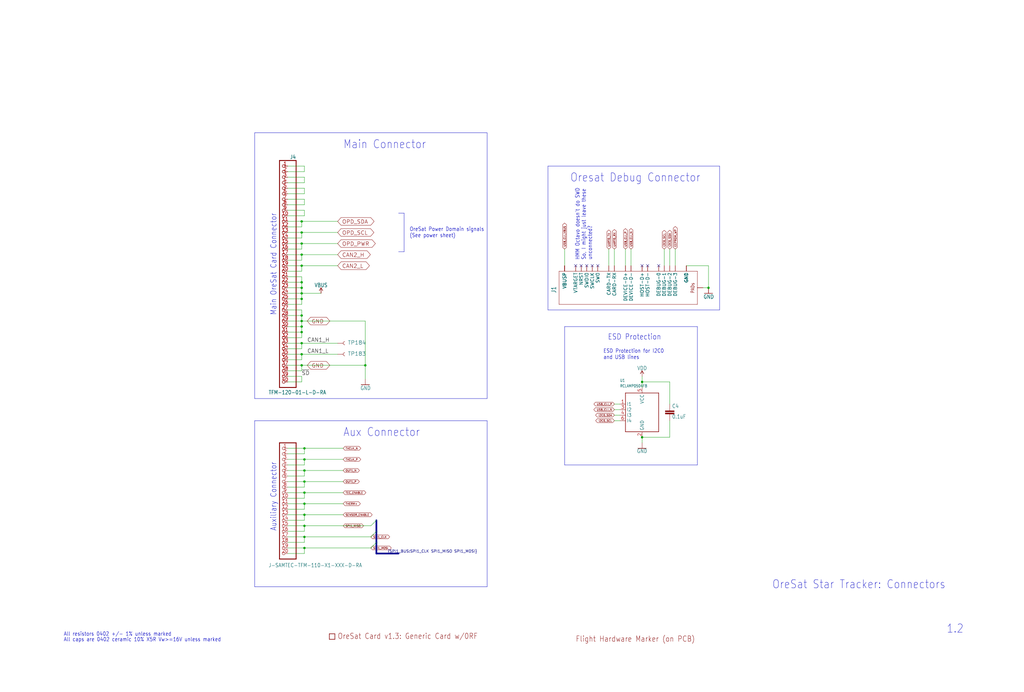
<source format=kicad_sch>
(kicad_sch (version 20250114) (generator "eeschema") (generator_version "9.0")
  (paper "User" 469.9 317.627)
  (lib_symbols
    (symbol "cfc-card-eagle-import:C-EU0603-A"
      (property "Reference" "C" (at 1.524 0.381 0))
      (symbol "C-EU0603-A_1_0"
        (rectangle (start -2.032 -1.016) (end 2.032 -0.508) (fill (type outline)))
        (rectangle (start -2.032 -2.032) (end 2.032 -1.524) (fill (type outline)))
        (polyline (pts (xy 0 0) (xy 0 -0.508)) (stroke (width 0.1524)))
        (polyline (pts (xy 0 -2.54) (xy 0 -2.032)) (stroke (width 0.1524)))
        (pin passive line (at 0 2.54 270) (length 2.54) (name "1") (number "1"))
        (pin passive line (at 0 -5.08 90) (length 2.54) (name "2") (number "2"))
      )
    )
    (symbol "cfc-card-eagle-import:FLIGHMARKERNEW"
      (symbol "FLIGHMARKERNEW_1_0"
        (text "Flight Hardware Marker (on PCB)" (at 0 0 0) (effects (font (size 2.54 2.159)) (justify left bottom)))
      )
    )
    (symbol "cfc-card-eagle-import:GND" (power)
      (symbol "GND_1_0"
        (polyline (pts (xy -1.905 0) (xy 1.905 0)) (stroke (width 0.254)))
        (pin power_in line (at 0 2.54 270) (length 2.54) (name "GND") (number "1"))
      )
    )
    (symbol "cfc-card-eagle-import:J-SAMTEC-TFM-110-X1-XXX-D-RA"
      (property "Reference" "J" (at -6.35 26.035 0))
      (symbol "J-SAMTEC-TFM-110-X1-XXX-D-RA_1_0"
        (polyline (pts (xy -6.35 25.4) (xy -6.35 -27.94)) (stroke (width 0.4064)))
        (polyline (pts (xy -6.35 -27.94) (xy 1.27 -27.94)) (stroke (width 0.4064)))
        (polyline (pts (xy 1.27 25.4) (xy -6.35 25.4)) (stroke (width 0.4064)))
        (polyline (pts (xy 1.27 -27.94) (xy 1.27 25.4)) (stroke (width 0.4064)))
        (pin passive inverted (at -2.54 22.86 0) (length 2.54) (name "1") (number "1"))
        (pin passive inverted (at -2.54 20.32 0) (length 2.54) (name "2") (number "2"))
        (pin passive inverted (at -2.54 17.78 0) (length 2.54) (name "3") (number "3"))
        (pin passive inverted (at -2.54 15.24 0) (length 2.54) (name "4") (number "4"))
        (pin passive inverted (at -2.54 12.7 0) (length 2.54) (name "5") (number "5"))
        (pin passive inverted (at -2.54 10.16 0) (length 2.54) (name "6") (number "6"))
        (pin passive inverted (at -2.54 7.62 0) (length 2.54) (name "7") (number "7"))
        (pin passive inverted (at -2.54 5.08 0) (length 2.54) (name "8") (number "8"))
        (pin passive inverted (at -2.54 2.54 0) (length 2.54) (name "9") (number "9"))
        (pin passive inverted (at -2.54 0 0) (length 2.54) (name "10") (number "10"))
        (pin passive inverted (at -2.54 -2.54 0) (length 2.54) (name "11") (number "11"))
        (pin passive inverted (at -2.54 -5.08 0) (length 2.54) (name "12") (number "12"))
        (pin passive inverted (at -2.54 -7.62 0) (length 2.54) (name "13") (number "13"))
        (pin passive inverted (at -2.54 -10.16 0) (length 2.54) (name "14") (number "14"))
        (pin passive inverted (at -2.54 -12.7 0) (length 2.54) (name "15") (number "15"))
        (pin passive inverted (at -2.54 -15.24 0) (length 2.54) (name "16") (number "16"))
        (pin passive inverted (at -2.54 -17.78 0) (length 2.54) (name "17") (number "17"))
        (pin passive inverted (at -2.54 -20.32 0) (length 2.54) (name "18") (number "18"))
        (pin passive inverted (at -2.54 -22.86 0) (length 2.54) (name "19") (number "19"))
        (pin passive inverted (at -2.54 -25.4 0) (length 2.54) (name "20") (number "20"))
      )
    )
    (symbol "cfc-card-eagle-import:J-SAMTEC-TFM-120-X1-XXX-D-RA"
      (property "Reference" "J" (at -6.35 51.435 0))
      (symbol "J-SAMTEC-TFM-120-X1-XXX-D-RA_1_0"
        (polyline (pts (xy -6.35 50.8) (xy -6.35 -53.34)) (stroke (width 0.4064)))
        (polyline (pts (xy -6.35 -53.34) (xy 1.27 -53.34)) (stroke (width 0.4064)))
        (polyline (pts (xy 1.27 50.8) (xy -6.35 50.8)) (stroke (width 0.4064)))
        (polyline (pts (xy 1.27 -53.34) (xy 1.27 50.8)) (stroke (width 0.4064)))
        (pin passive inverted (at -2.54 48.26 0) (length 2.54) (name "1") (number "1"))
        (pin passive inverted (at -2.54 45.72 0) (length 2.54) (name "2") (number "2"))
        (pin passive inverted (at -2.54 43.18 0) (length 2.54) (name "3") (number "3"))
        (pin passive inverted (at -2.54 40.64 0) (length 2.54) (name "4") (number "4"))
        (pin passive inverted (at -2.54 38.1 0) (length 2.54) (name "5") (number "5"))
        (pin passive inverted (at -2.54 35.56 0) (length 2.54) (name "6") (number "6"))
        (pin passive inverted (at -2.54 33.02 0) (length 2.54) (name "7") (number "7"))
        (pin passive inverted (at -2.54 30.48 0) (length 2.54) (name "8") (number "8"))
        (pin passive inverted (at -2.54 27.94 0) (length 2.54) (name "9") (number "9"))
        (pin passive inverted (at -2.54 25.4 0) (length 2.54) (name "10") (number "10"))
        (pin passive inverted (at -2.54 22.86 0) (length 2.54) (name "11") (number "11"))
        (pin passive inverted (at -2.54 20.32 0) (length 2.54) (name "12") (number "12"))
        (pin passive inverted (at -2.54 17.78 0) (length 2.54) (name "13") (number "13"))
        (pin passive inverted (at -2.54 15.24 0) (length 2.54) (name "14") (number "14"))
        (pin passive inverted (at -2.54 12.7 0) (length 2.54) (name "15") (number "15"))
        (pin passive inverted (at -2.54 10.16 0) (length 2.54) (name "16") (number "16"))
        (pin passive inverted (at -2.54 7.62 0) (length 2.54) (name "17") (number "17"))
        (pin passive inverted (at -2.54 5.08 0) (length 2.54) (name "18") (number "18"))
        (pin passive inverted (at -2.54 2.54 0) (length 2.54) (name "19") (number "19"))
        (pin passive inverted (at -2.54 0 0) (length 2.54) (name "20") (number "20"))
        (pin passive inverted (at -2.54 -2.54 0) (length 2.54) (name "21") (number "21"))
        (pin passive inverted (at -2.54 -5.08 0) (length 2.54) (name "22") (number "22"))
        (pin passive inverted (at -2.54 -7.62 0) (length 2.54) (name "23") (number "23"))
        (pin passive inverted (at -2.54 -10.16 0) (length 2.54) (name "24") (number "24"))
        (pin passive inverted (at -2.54 -12.7 0) (length 2.54) (name "25") (number "25"))
        (pin passive inverted (at -2.54 -15.24 0) (length 2.54) (name "26") (number "26"))
        (pin passive inverted (at -2.54 -17.78 0) (length 2.54) (name "27") (number "27"))
        (pin passive inverted (at -2.54 -20.32 0) (length 2.54) (name "28") (number "28"))
        (pin passive inverted (at -2.54 -22.86 0) (length 2.54) (name "29") (number "29"))
        (pin passive inverted (at -2.54 -25.4 0) (length 2.54) (name "30") (number "30"))
        (pin passive inverted (at -2.54 -27.94 0) (length 2.54) (name "31") (number "31"))
        (pin passive inverted (at -2.54 -30.48 0) (length 2.54) (name "32") (number "32"))
        (pin passive inverted (at -2.54 -33.02 0) (length 2.54) (name "33") (number "33"))
        (pin passive inverted (at -2.54 -35.56 0) (length 2.54) (name "34") (number "34"))
        (pin passive inverted (at -2.54 -38.1 0) (length 2.54) (name "35") (number "35"))
        (pin passive inverted (at -2.54 -40.64 0) (length 2.54) (name "36") (number "36"))
        (pin passive inverted (at -2.54 -43.18 0) (length 2.54) (name "37") (number "37"))
        (pin passive inverted (at -2.54 -45.72 0) (length 2.54) (name "38") (number "38"))
        (pin passive inverted (at -2.54 -48.26 0) (length 2.54) (name "39") (number "39"))
        (pin passive inverted (at -2.54 -50.8 0) (length 2.54) (name "40") (number "40"))
      )
    )
    (symbol "cfc-card-eagle-import:ORESAT-CARD-V1.3-GENERIC-0RF"
      (symbol "ORESAT-CARD-V1.3-GENERIC-0RF_1_0"
        (polyline (pts (xy -1.27 1.27) (xy -1.27 -1.27)) (stroke (width 0.254)))
        (polyline (pts (xy -1.27 -1.27) (xy 1.27 -1.27)) (stroke (width 0.254)))
        (polyline (pts (xy 1.27 1.27) (xy -1.27 1.27)) (stroke (width 0.254)))
        (polyline (pts (xy 1.27 -1.27) (xy 1.27 1.27)) (stroke (width 0.254)))
        (text "OreSat Card v1.3: Generic Card w/0RF" (at 2.54 -1.27 0) (effects (font (size 2.54 2.159)) (justify left bottom)))
      )
    )
    (symbol "cfc-card-eagle-import:ORESAT-DEBUG-CONNECTOR-ALL"
      (symbol "ORESAT-DEBUG-CONNECTOR-ALL_1_0"
        (polyline (pts (xy -7.62 30.48) (xy -7.62 -33.02)) (stroke (width 0.1524)))
        (polyline (pts (xy -7.62 -33.02) (xy 7.62 -33.02)) (stroke (width 0.1524)))
        (polyline (pts (xy 7.62 30.48) (xy -7.62 30.48)) (stroke (width 0.1524)))
        (polyline (pts (xy 7.62 -33.02) (xy 7.62 30.48)) (stroke (width 0.1524)))
        (text "PADs" (at -2.54 -31.75 0) (effects (font (size 1.524 1.2954)) (justify left bottom)))
        (pin bidirectional line (at 0 -35.56 90) (length 2.54) (name "PAD") (number "PAD1"))
        (pin bidirectional line (at 0 -35.56 90) (length 2.54) (name "PAD") (number "PAD2"))
        (pin passive line (at 10.16 27.94 180) (length 2.54) (name "VBUSP") (number "1"))
        (pin passive line (at 10.16 27.94 180) (length 2.54) (name "VBUSP") (number "2"))
        (pin passive line (at 10.16 22.86 180) (length 2.54) (name "VTARGET") (number "11"))
        (pin passive line (at 10.16 20.32 180) (length 2.54) (name "NRST") (number "10"))
        (pin passive line (at 10.16 17.78 180) (length 2.54) (name "SWDIO") (number "14"))
        (pin passive line (at 10.16 15.24 180) (length 2.54) (name "SWCLK") (number "15"))
        (pin passive line (at 10.16 12.7 180) (length 2.54) (name "SWO") (number "16"))
        (pin passive line (at 10.16 7.62 180) (length 2.54) (name "CARD-TX") (number "13"))
        (pin passive line (at 10.16 5.08 180) (length 2.54) (name "CARD-RX") (number "12"))
        (pin passive line (at 10.16 0 180) (length 2.54) (name "DEVICE-D+") (number "4"))
        (pin passive line (at 10.16 -2.54 180) (length 2.54) (name "DEVICE-D-") (number "5"))
        (pin passive line (at 10.16 -7.62 180) (length 2.54) (name "HOST-D+") (number "7"))
        (pin passive line (at 10.16 -10.16 180) (length 2.54) (name "HOST-D-") (number "8"))
        (pin passive line (at 10.16 -15.24 180) (length 2.54) (name "DEBUG-0") (number "17"))
        (pin passive line (at 10.16 -17.78 180) (length 2.54) (name "DEBUG-1") (number "18"))
        (pin passive line (at 10.16 -20.32 180) (length 2.54) (name "DEBUG-2") (number "19"))
        (pin passive line (at 10.16 -22.86 180) (length 2.54) (name "DEBUG-3") (number "20"))
        (pin passive line (at 10.16 -27.94 180) (length 2.54) (name "GND") (number "3"))
        (pin passive line (at 10.16 -27.94 180) (length 2.54) (name "GND") (number "6"))
        (pin passive line (at 10.16 -27.94 180) (length 2.54) (name "GND") (number "9"))
      )
    )
    (symbol "cfc-card-eagle-import:RCLAMP0504FB"
      (property "Reference" "U" (at -10.16 12.7 0))
      (symbol "RCLAMP0504FB_1_0"
        (polyline (pts (xy -7.62 7.62) (xy 7.62 7.62)) (stroke (width 0.254)))
        (polyline (pts (xy -7.62 -10.16) (xy -7.62 7.62)) (stroke (width 0.254)))
        (polyline (pts (xy 7.62 7.62) (xy 7.62 -10.16)) (stroke (width 0.254)))
        (polyline (pts (xy 7.62 -10.16) (xy -7.62 -10.16)) (stroke (width 0.254)))
        (pin bidirectional line (at -10.16 2.54 0) (length 2.54) (name "I1") (number "1"))
        (pin bidirectional line (at -10.16 0 0) (length 2.54) (name "I2") (number "3"))
        (pin bidirectional line (at -10.16 -2.54 0) (length 2.54) (name "I3") (number "4"))
        (pin bidirectional line (at -10.16 -5.08 0) (length 2.54) (name "I4") (number "6"))
        (pin power_in line (at 0 10.16 270) (length 2.54) (name "VCC") (number "5"))
        (pin power_in line (at 0 -12.7 90) (length 2.54) (name "GND") (number "2"))
      )
    )
    (symbol "cfc-card-eagle-import:TEST-POINT3X4"
      (symbol "TEST-POINT3X4_1_0"
        (polyline (pts (xy 2.54 0) (xy 0 0)) (stroke (width 0.1524)))
        (arc (start 3.302 -0.762) (mid 2.54 0) (end 3.302 0.762) (stroke (width 0.1524)))
        (pin bidirectional line (at 0 0 180) (length 0) (name "1") (number "P$1"))
      )
    )
    (symbol "cfc-card-eagle-import:VBUS" (power)
      (symbol "VBUS_1_0"
        (polyline (pts (xy 0 0) (xy -0.762 -1.27)) (stroke (width 0.254)))
        (polyline (pts (xy 0.762 -1.27) (xy 0 0)) (stroke (width 0.254)))
        (pin power_in line (at 0 -2.54 90) (length 2.54) (name "VBUS") (number "1"))
      )
    )
    (symbol "cfc-card-eagle-import:VDD" (power)
      (symbol "VDD_1_0"
        (polyline (pts (xy 0 2.54) (xy -0.762 1.27)) (stroke (width 0.254)))
        (polyline (pts (xy 0.762 1.27) (xy 0 2.54)) (stroke (width 0.254)))
        (pin power_in line (at 0 0 90) (length 2.54) (name "VDD") (number "1"))
      )
    )
    (symbol "cfc-card-eagle-import:supply1_371_GND" (power)
      (symbol "supply1_371_GND_1_0"
        (polyline (pts (xy -1.905 0) (xy 1.905 0)) (stroke (width 0.254)))
        (pin power_in line (at 0 2.54 270) (length 2.54) (name "GND") (number "1"))
      )
    )
  )
  (text "Oresat Debug Connector" (at 261.62 83.82 0) (effects (font (size 3.81 3.2385)) (justify left bottom)))
  (text "All caps are 0402 ceramic 10% X5R Vw>=16V unless marked" (at 29.21 294.64 0) (effects (font (size 1.778 1.5113)) (justify left bottom)))
  (text "OreSat Star Tracker: Connectors" (at 354.33 270.51 0) (effects (font (size 3.81 3.2385)) (justify left bottom)))
  (text "ESD Protection for I2C0\nand USB lines" (at 276.86 165.1 0) (effects (font (size 1.778 1.5113)) (justify left bottom)))
  (text "All resistors 0402 +/- 1% unless marked" (at 29.21 292.1 0) (effects (font (size 1.778 1.5113)) (justify left bottom)))
  (text "1.2" (at 434.34 290.83 0) (effects (font (size 3.81 3.2385)) (justify left bottom)))
  (text "OreSat Power Domain signals\n(See power sheet)" (at 187.96 109.22 0) (effects (font (size 1.778 1.5113)) (justify left bottom)))
  (text "Main Connector" (at 157.48 68.58 0) (effects (font (size 3.81 3.2385)) (justify left bottom)))
  (text "HMM Octavo doesn't do SWD\nSo, I might just leave these\nunconnected?" (at 271.78 119.38 90) (effects (font (size 1.778 1.5113)) (justify left bottom)))
  (text "Auxiliary Connector" (at 127 243.84 90) (effects (font (size 2.54 2.159)) (justify left bottom)))
  (text "Aux Connector" (at 157.48 200.66 0) (effects (font (size 3.81 3.2385)) (justify left bottom)))
  (text "Main OreSat Card Connector" (at 127 144.78 90) (effects (font (size 2.54 2.159)) (justify left bottom)))
  (text "ESD Protection" (at 278.892 156.21 0) (effects (font (size 2.54 2.159)) (justify left bottom)))
  (junction (at 138.43 167.64))
  (junction (at 139.7 236.22))
  (junction (at 139.7 205.74))
  (junction (at 139.7 226.06))
  (junction (at 138.43 129.54))
  (junction (at 139.7 231.14))
  (junction (at 138.43 101.6))
  (junction (at 138.43 111.76))
  (junction (at 139.7 215.9))
  (junction (at 325.12 132.08))
  (junction (at 138.43 144.78))
  (junction (at 139.7 251.46))
  (junction (at 138.43 134.62))
  (junction (at 138.43 137.16))
  (junction (at 294.64 200.66))
  (junction (at 294.64 175.26))
  (junction (at 139.7 220.98))
  (junction (at 138.43 157.48))
  (junction (at 139.7 210.82))
  (junction (at 138.43 106.68))
  (junction (at 138.43 132.08))
  (junction (at 138.43 121.92))
  (junction (at 138.43 149.86))
  (junction (at 138.43 116.84))
  (junction (at 139.7 241.3))
  (junction (at 139.7 246.38))
  (junction (at 138.43 162.56))
  (junction (at 167.64 167.64))
  (junction (at 138.43 152.4))
  (junction (at 138.43 147.32))
  (no_connect (at 269.24 121.92))
  (no_connect (at 274.32 121.92))
  (no_connect (at 297.18 121.92))
  (no_connect (at 264.16 121.92))
  (no_connect (at 302.26 121.92))
  (no_connect (at 266.7 121.92))
  (no_connect (at 294.64 121.92))
  (no_connect (at 271.78 121.92))
  (bus_entry (at 170.18 246.38) (size 2.54 -2.54))
  (bus_entry (at 170.18 251.46) (size 2.54 -2.54))
  (bus_entry (at 172.72 238.76) (size -2.54 2.54))
  (wire (pts (xy 284.48 185.42) (xy 281.94 185.42)) (stroke (width 0.1524)))
  (wire (pts (xy 139.7 218.44) (xy 132.08 218.44)) (stroke (width 0.1524)))
  (wire (pts (xy 132.08 152.4) (xy 138.43 152.4)) (stroke (width 0.1524)))
  (wire (pts (xy 132.08 142.24) (xy 138.43 142.24)) (stroke (width 0.1524)))
  (polyline (pts (xy 330.2 142.24) (xy 330.2 76.2)) (stroke (width 0.1524) (type solid)))
  (polyline (pts (xy 223.52 182.88) (xy 116.84 182.88)) (stroke (width 0.1524) (type solid)))
  (wire (pts (xy 138.43 175.26) (xy 138.43 172.72)) (stroke (width 0.1524)))
  (wire (pts (xy 132.08 144.78) (xy 138.43 144.78)) (stroke (width 0.1524)))
  (wire (pts (xy 138.43 137.16) (xy 138.43 134.62)) (stroke (width 0.1524)))
  (wire (pts (xy 132.08 83.82) (xy 139.7 83.82)) (stroke (width 0.1524)))
  (polyline (pts (xy 223.52 60.96) (xy 223.52 182.88)) (stroke (width 0.1524) (type solid)))
  (wire (pts (xy 259.08 121.92) (xy 259.08 114.3)) (stroke (width 0.1524)))
  (polyline (pts (xy 259.08 149.86) (xy 259.08 213.36)) (stroke (width 0.1524) (type solid)))
  (wire (pts (xy 132.08 121.92) (xy 138.43 121.92)) (stroke (width 0.1524)))
  (wire (pts (xy 139.7 251.46) (xy 170.18 251.46)) (stroke (width 0.1524)))
  (wire (pts (xy 132.08 154.94) (xy 138.43 154.94)) (stroke (width 0.1524)))
  (wire (pts (xy 138.43 111.76) (xy 132.08 111.76)) (stroke (width 0.1524)))
  (wire (pts (xy 138.43 154.94) (xy 138.43 152.4)) (stroke (width 0.1524)))
  (wire (pts (xy 139.7 91.44) (xy 132.08 91.44)) (stroke (width 0.1524)))
  (wire (pts (xy 139.7 208.28) (xy 139.7 205.74)) (stroke (width 0.1524)))
  (wire (pts (xy 132.08 231.14) (xy 139.7 231.14)) (stroke (width 0.1524)))
  (wire (pts (xy 132.08 160.02) (xy 138.43 160.02)) (stroke (width 0.1524)))
  (wire (pts (xy 132.08 228.6) (xy 139.7 228.6)) (stroke (width 0.1524)))
  (wire (pts (xy 138.43 101.6) (xy 132.08 101.6)) (stroke (width 0.1524)))
  (wire (pts (xy 132.08 139.7) (xy 138.43 139.7)) (stroke (width 0.1524)))
  (wire (pts (xy 139.7 248.92) (xy 139.7 246.38)) (stroke (width 0.1524)))
  (wire (pts (xy 132.08 238.76) (xy 139.7 238.76)) (stroke (width 0.1524)))
  (wire (pts (xy 284.48 187.96) (xy 281.94 187.96)) (stroke (width 0.1524)))
  (wire (pts (xy 279.4 121.92) (xy 279.4 114.3)) (stroke (width 0.1524)))
  (wire (pts (xy 139.7 243.84) (xy 139.7 241.3)) (stroke (width 0.1524)))
  (wire (pts (xy 139.7 231.14) (xy 157.48 231.14)) (stroke (width 0.1524)))
  (wire (pts (xy 132.08 78.74) (xy 139.7 78.74)) (stroke (width 0.1524)))
  (wire (pts (xy 138.43 109.22) (xy 138.43 106.68)) (stroke (width 0.1524)))
  (wire (pts (xy 139.7 96.52) (xy 132.08 96.52)) (stroke (width 0.1524)))
  (wire (pts (xy 138.43 114.3) (xy 132.08 114.3)) (stroke (width 0.1524)))
  (wire (pts (xy 167.64 147.32) (xy 167.64 167.64)) (stroke (width 0.1524)))
  (wire (pts (xy 139.7 86.36) (xy 132.08 86.36)) (stroke (width 0.1524)))
  (wire (pts (xy 138.43 162.56) (xy 154.94 162.56)) (stroke (width 0.1524)))
  (wire (pts (xy 294.64 177.8) (xy 294.64 175.26)) (stroke (width 0.1524)))
  (polyline (pts (xy 223.52 269.24) (xy 116.84 269.24)) (stroke (width 0.1524) (type solid)))
  (wire (pts (xy 138.43 119.38) (xy 132.08 119.38)) (stroke (width 0.1524)))
  (wire (pts (xy 139.7 228.6) (xy 139.7 226.06)) (stroke (width 0.1524)))
  (wire (pts (xy 138.43 160.02) (xy 138.43 157.48)) (stroke (width 0.1524)))
  (polyline (pts (xy 116.84 60.96) (xy 223.52 60.96)) (stroke (width 0.1524) (type solid)))
  (wire (pts (xy 132.08 251.46) (xy 139.7 251.46)) (stroke (width 0.1524)))
  (wire (pts (xy 132.08 104.14) (xy 138.43 104.14)) (stroke (width 0.1524)))
  (polyline (pts (xy 185.42 115.57) (xy 182.88 115.57)) (stroke (width 0.1524) (type solid)))
  (wire (pts (xy 139.7 236.22) (xy 157.48 236.22)) (stroke (width 0.1524)))
  (wire (pts (xy 138.43 149.86) (xy 138.43 147.32)) (stroke (width 0.1524)))
  (wire (pts (xy 294.64 175.26) (xy 307.34 175.26)) (stroke (width 0.1524)))
  (polyline (pts (xy 330.2 76.2) (xy 251.46 76.2)) (stroke (width 0.1524) (type solid)))
  (wire (pts (xy 139.7 220.98) (xy 157.48 220.98)) (stroke (width 0.1524)))
  (polyline (pts (xy 116.84 182.88) (xy 116.84 60.96)) (stroke (width 0.1524) (type solid)))
  (wire (pts (xy 138.43 167.64) (xy 167.64 167.64)) (stroke (width 0.1524)))
  (wire (pts (xy 139.7 238.76) (xy 139.7 236.22)) (stroke (width 0.1524)))
  (wire (pts (xy 132.08 233.68) (xy 139.7 233.68)) (stroke (width 0.1524)))
  (polyline (pts (xy 182.88 97.79) (xy 185.42 97.79)) (stroke (width 0.1524) (type solid)))
  (wire (pts (xy 139.7 81.28) (xy 132.08 81.28)) (stroke (width 0.1524)))
  (wire (pts (xy 167.64 167.64) (xy 167.64 173.99)) (stroke (width 0.1524)))
  (polyline (pts (xy 185.42 97.79) (xy 185.42 115.57)) (stroke (width 0.1524) (type solid)))
  (wire (pts (xy 138.43 144.78) (xy 138.43 142.24)) (stroke (width 0.1524)))
  (wire (pts (xy 139.7 76.2) (xy 132.08 76.2)) (stroke (width 0.1524)))
  (wire (pts (xy 139.7 213.36) (xy 139.7 210.82)) (stroke (width 0.1524)))
  (wire (pts (xy 294.64 203.2) (xy 294.64 200.66)) (stroke (width 0.1524)))
  (wire (pts (xy 132.08 116.84) (xy 138.43 116.84)) (stroke (width 0.1524)))
  (wire (pts (xy 132.08 175.26) (xy 138.43 175.26)) (stroke (width 0.1524)))
  (wire (pts (xy 138.43 134.62) (xy 138.43 132.08)) (stroke (width 0.1524)))
  (polyline (pts (xy 320.04 149.86) (xy 259.08 149.86)) (stroke (width 0.1524) (type solid)))
  (wire (pts (xy 154.94 106.68) (xy 138.43 106.68)) (stroke (width 0.1524)))
  (wire (pts (xy 138.43 127) (xy 132.08 127)) (stroke (width 0.1524)))
  (wire (pts (xy 147.32 134.62) (xy 138.43 134.62)) (stroke (width 0.1524)))
  (bus (pts (xy 172.72 248.92) (xy 172.72 243.84)) (stroke (width 0.762)))
  (wire (pts (xy 139.7 218.44) (xy 139.7 215.9)) (stroke (width 0.1524)))
  (wire (pts (xy 138.43 132.08) (xy 138.43 129.54)) (stroke (width 0.1524)))
  (wire (pts (xy 138.43 132.08) (xy 132.08 132.08)) (stroke (width 0.1524)))
  (wire (pts (xy 289.56 121.92) (xy 289.56 114.3)) (stroke (width 0.1524)))
  (wire (pts (xy 139.7 208.28) (xy 132.08 208.28)) (stroke (width 0.1524)))
  (wire (pts (xy 132.08 205.74) (xy 139.7 205.74)) (stroke (width 0.1524)))
  (wire (pts (xy 132.08 137.16) (xy 138.43 137.16)) (stroke (width 0.1524)))
  (wire (pts (xy 132.08 220.98) (xy 139.7 220.98)) (stroke (width 0.1524)))
  (wire (pts (xy 132.08 134.62) (xy 138.43 134.62)) (stroke (width 0.1524)))
  (wire (pts (xy 138.43 165.1) (xy 138.43 162.56)) (stroke (width 0.1524)))
  (wire (pts (xy 139.7 254) (xy 139.7 251.46)) (stroke (width 0.1524)))
  (polyline (pts (xy 251.46 76.2) (xy 251.46 142.24)) (stroke (width 0.1524) (type solid)))
  (wire (pts (xy 138.43 124.46) (xy 138.43 121.92)) (stroke (width 0.1524)))
  (wire (pts (xy 139.7 223.52) (xy 139.7 220.98)) (stroke (width 0.1524)))
  (wire (pts (xy 138.43 129.54) (xy 138.43 127)) (stroke (width 0.1524)))
  (wire (pts (xy 132.08 243.84) (xy 139.7 243.84)) (stroke (width 0.1524)))
  (polyline (pts (xy 320.04 213.36) (xy 320.04 149.86)) (stroke (width 0.1524) (type solid)))
  (wire (pts (xy 139.7 223.52) (xy 132.08 223.52)) (stroke (width 0.1524)))
  (polyline (pts (xy 116.84 269.24) (xy 116.84 193.04)) (stroke (width 0.1524) (type solid)))
  (wire (pts (xy 281.94 121.92) (xy 281.94 114.3)) (stroke (width 0.1524)))
  (wire (pts (xy 139.7 241.3) (xy 170.18 241.3)))
  (wire (pts (xy 287.02 121.92) (xy 287.02 114.3)) (stroke (width 0.1524)))
  (wire (pts (xy 307.34 200.66) (xy 307.34 193.04)) (stroke (width 0.1524)))
  (wire (pts (xy 284.48 193.04) (xy 281.94 193.04)) (stroke (width 0.1524)))
  (wire (pts (xy 139.7 78.74) (xy 139.7 76.2)) (stroke (width 0.1524)))
  (wire (pts (xy 138.43 121.92) (xy 154.94 121.92)) (stroke (width 0.1524)))
  (wire (pts (xy 138.43 129.54) (xy 132.08 129.54)) (stroke (width 0.1524)))
  (wire (pts (xy 139.7 246.38) (xy 170.18 246.38)) (stroke (width 0.1524)))
  (wire (pts (xy 322.58 132.08) (xy 325.12 132.08)) (stroke (width 0.1524)))
  (wire (pts (xy 132.08 215.9) (xy 139.7 215.9)) (stroke (width 0.1524)))
  (wire (pts (xy 132.08 149.86) (xy 138.43 149.86)) (stroke (width 0.1524)))
  (wire (pts (xy 325.12 121.92) (xy 314.96 121.92)) (stroke (width 0.1524)))
  (wire (pts (xy 309.88 121.92) (xy 309.88 114.3)) (stroke (width 0.1524)))
  (wire (pts (xy 132.08 210.82) (xy 139.7 210.82)) (stroke (width 0.1524)))
  (wire (pts (xy 138.43 172.72) (xy 132.08 172.72)) (stroke (width 0.1524)))
  (bus (pts (xy 172.72 243.84) (xy 172.72 238.76)) (stroke (width 0.762)))
  (wire (pts (xy 139.7 215.9) (xy 157.48 215.9)) (stroke (width 0.1524)))
  (wire (pts (xy 139.7 205.74) (xy 157.48 205.74)) (stroke (width 0.1524)))
  (wire (pts (xy 307.34 121.92) (xy 307.34 114.3)) (stroke (width 0.1524)))
  (wire (pts (xy 139.7 83.82) (xy 139.7 81.28)) (stroke (width 0.1524)))
  (wire (pts (xy 138.43 152.4) (xy 138.43 149.86)) (stroke (width 0.1524)))
  (wire (pts (xy 139.7 213.36) (xy 132.08 213.36)) (stroke (width 0.1524)))
  (wire (pts (xy 132.08 88.9) (xy 139.7 88.9)) (stroke (width 0.1524)))
  (wire (pts (xy 138.43 106.68) (xy 132.08 106.68)) (stroke (width 0.1524)))
  (wire (pts (xy 132.08 157.48) (xy 138.43 157.48)) (stroke (width 0.1524)))
  (wire (pts (xy 138.43 104.14) (xy 138.43 101.6)) (stroke (width 0.1524)))
  (wire (pts (xy 284.48 190.5) (xy 281.94 190.5)) (stroke (width 0.1524)))
  (polyline (pts (xy 223.52 193.04) (xy 223.52 269.24)) (stroke (width 0.1524) (type solid)))
  (wire (pts (xy 138.43 101.6) (xy 154.94 101.6)) (stroke (width 0.1524)))
  (wire (pts (xy 132.08 99.06) (xy 139.7 99.06)) (stroke (width 0.1524)))
  (wire (pts (xy 294.64 200.66) (xy 307.34 200.66)) (stroke (width 0.1524)))
  (wire (pts (xy 132.08 246.38) (xy 139.7 246.38)) (stroke (width 0.1524)))
  (wire (pts (xy 138.43 124.46) (xy 132.08 124.46)) (stroke (width 0.1524)))
  (wire (pts (xy 139.7 88.9) (xy 139.7 86.36)) (stroke (width 0.1524)))
  (polyline (pts (xy 251.46 142.24) (xy 330.2 142.24)) (stroke (width 0.1524) (type solid)))
  (wire (pts (xy 132.08 167.64) (xy 138.43 167.64)) (stroke (width 0.1524)))
  (wire (pts (xy 132.08 93.98) (xy 139.7 93.98)) (stroke (width 0.1524)))
  (wire (pts (xy 132.08 226.06) (xy 139.7 226.06)) (stroke (width 0.1524)))
  (wire (pts (xy 132.08 248.92) (xy 139.7 248.92)) (stroke (width 0.1524)))
  (wire (pts (xy 132.08 236.22) (xy 139.7 236.22)) (stroke (width 0.1524)))
  (bus (pts (xy 172.72 254) (xy 182.88 254)) (stroke (width 0.762)))
  (wire (pts (xy 294.64 175.26) (xy 294.64 172.72)) (stroke (width 0.1524)))
  (wire (pts (xy 154.94 111.76) (xy 138.43 111.76)) (stroke (width 0.1524)))
  (wire (pts (xy 138.43 116.84) (xy 154.94 116.84)) (stroke (width 0.1524)))
  (polyline (pts (xy 116.84 193.04) (xy 223.52 193.04)) (stroke (width 0.1524) (type solid)))
  (bus (pts (xy 172.72 254) (xy 172.72 248.92)) (stroke (width 0.762)))
  (wire (pts (xy 132.08 254) (xy 139.7 254)) (stroke (width 0.1524)))
  (wire (pts (xy 138.43 111.76) (xy 138.43 114.3)) (stroke (width 0.1524)))
  (wire (pts (xy 139.7 233.68) (xy 139.7 231.14)) (stroke (width 0.1524)))
  (wire (pts (xy 138.43 147.32) (xy 167.64 147.32)) (stroke (width 0.1524)))
  (wire (pts (xy 139.7 99.06) (xy 139.7 96.52)) (stroke (width 0.1524)))
  (wire (pts (xy 325.12 132.08) (xy 325.12 121.92)) (stroke (width 0.1524)))
  (wire (pts (xy 132.08 162.56) (xy 138.43 162.56)) (stroke (width 0.1524)))
  (wire (pts (xy 139.7 226.06) (xy 157.48 226.06)) (stroke (width 0.1524)))
  (wire (pts (xy 138.43 157.48) (xy 154.94 157.48)) (stroke (width 0.1524)))
  (wire (pts (xy 138.43 139.7) (xy 138.43 137.16)) (stroke (width 0.1524)))
  (wire (pts (xy 132.08 165.1) (xy 138.43 165.1)) (stroke (width 0.1524)))
  (wire (pts (xy 132.08 241.3) (xy 139.7 241.3)) (stroke (width 0.1524)))
  (wire (pts (xy 132.08 170.18) (xy 138.43 170.18)) (stroke (width 0.1524)))
  (wire (pts (xy 304.8 121.92) (xy 304.8 114.3)) (stroke (width 0.1524)))
  (wire (pts (xy 138.43 170.18) (xy 138.43 167.64)) (stroke (width 0.1524)))
  (wire (pts (xy 139.7 93.98) (xy 139.7 91.44)) (stroke (width 0.1524)))
  (wire (pts (xy 139.7 210.82) (xy 157.48 210.82)) (stroke (width 0.1524)))
  (wire (pts (xy 132.08 147.32) (xy 138.43 147.32)) (stroke (width 0.1524)))
  (wire (pts (xy 307.34 175.26) (xy 307.34 185.42)) (stroke (width 0.1524)))
  (wire (pts (xy 138.43 144.78) (xy 138.43 147.32)) (stroke (width 0.1524)))
  (wire (pts (xy 132.08 109.22) (xy 138.43 109.22)) (stroke (width 0.1524)))
  (polyline (pts (xy 259.08 213.36) (xy 320.04 213.36)) (stroke (width 0.1524) (type solid)))
  (wire (pts (xy 138.43 119.38) (xy 138.43 116.84)) (stroke (width 0.1524)))
  (label "CAN1_L" (at 140.97 162.56 0) (effects (font (size 1.778 1.778))))
  (label "CAN1_H" (at 140.97 157.48 0) (effects (font (size 1.778 1.778))))
  (label "{SPI1_BUS:SPI1_CLK SPI1_MISO SPI1_MOSI}" (at 177.8 254 0) (effects (font (size 1.2446 1.2446))))
  (label "~{SD}" (at 138.43 172.72 0) (effects (font (size 1.778 1.778))))
  (global_label "UART0_TX" (shape bidirectional) (at 279.4 114.3 90) (effects (font (size 0.889 0.889))) (property "Intersheetrefs" "${INTERSHEET_REFS}" (effects (hide yes))))
  (global_label "SPI1_MISO" (shape bidirectional) (at 157.48 241.3 0) (effects (font (size 0.889 0.889))) (property "Intersheetrefs" "${INTERSHEET_REFS}" (effects (hide yes))))
  (global_label "SENSOR_ENABLE" (shape bidirectional) (at 157.48 236.22 0) (effects (font (size 0.889 0.889))) (property "Intersheetrefs" "${INTERSHEET_REFS}" (effects (hide yes))))
  (global_label "GND" (shape bidirectional) (at 140.97 167.64 0) (effects (font (size 1.778 1.778))) (property "Intersheetrefs" "${INTERSHEET_REFS}" (effects (hide yes))))
  (global_label "OPD_SDA" (shape bidirectional) (at 154.94 101.6 0) (effects (font (size 1.778 1.778))) (property "Intersheetrefs" "${INTERSHEET_REFS}" (effects (hide yes))))
  (global_label "OPD_PWR" (shape bidirectional) (at 154.94 111.76 0) (effects (font (size 1.778 1.778))) (property "Intersheetrefs" "${INTERSHEET_REFS}" (effects (hide yes))))
  (global_label "SPI1_MOSI" (shape bidirectional) (at 170.18 251.46 0) (effects (font (size 0.889 0.889))) (property "Intersheetrefs" "${INTERSHEET_REFS}" (effects (hide yes))))
  (global_label "OUT1_P" (shape bidirectional) (at 157.48 220.98 0) (effects (font (size 0.889 0.889))) (property "Intersheetrefs" "${INTERSHEET_REFS}" (effects (hide yes))))
  (global_label "OUT1_N" (shape bidirectional) (at 157.48 215.9 0) (effects (font (size 0.889 0.889))) (property "Intersheetrefs" "${INTERSHEET_REFS}" (effects (hide yes))))
  (global_label "EEPROM_WP" (shape bidirectional) (at 309.88 114.3 90) (effects (font (size 0.889 0.889))) (property "Intersheetrefs" "${INTERSHEET_REFS}" (effects (hide yes))))
  (global_label "USB_CLI_P" (shape bidirectional) (at 281.94 185.42 180) (effects (font (size 0.889 0.889))) (property "Intersheetrefs" "${INTERSHEET_REFS}" (effects (hide yes))))
  (global_label "USB_CLI_VBUS" (shape bidirectional) (at 259.08 114.3 90) (effects (font (size 0.889 0.889))) (property "Intersheetrefs" "${INTERSHEET_REFS}" (effects (hide yes))))
  (global_label "THERM+" (shape bidirectional) (at 157.48 231.14 0) (effects (font (size 0.889 0.889))) (property "Intersheetrefs" "${INTERSHEET_REFS}" (effects (hide yes))))
  (global_label "TXCLK_N" (shape bidirectional) (at 157.48 205.74 0) (effects (font (size 0.889 0.889))) (property "Intersheetrefs" "${INTERSHEET_REFS}" (effects (hide yes))))
  (global_label "TEC_ENABLE" (shape bidirectional) (at 157.48 226.06 0) (effects (font (size 0.889 0.889))) (property "Intersheetrefs" "${INTERSHEET_REFS}" (effects (hide yes))))
  (global_label "USB_CLI_N" (shape bidirectional) (at 281.94 187.96 180) (effects (font (size 0.889 0.889))) (property "Intersheetrefs" "${INTERSHEET_REFS}" (effects (hide yes))))
  (global_label "CAN2_L" (shape bidirectional) (at 154.94 121.92 0) (effects (font (size 1.778 1.778))) (property "Intersheetrefs" "${INTERSHEET_REFS}" (effects (hide yes))))
  (global_label "USB_CLI_P" (shape bidirectional) (at 287.02 114.3 90) (effects (font (size 0.889 0.889))) (property "Intersheetrefs" "${INTERSHEET_REFS}" (effects (hide yes))))
  (global_label "I2C0_SCL" (shape bidirectional) (at 281.94 193.04 180) (effects (font (size 0.889 0.889))) (property "Intersheetrefs" "${INTERSHEET_REFS}" (effects (hide yes))))
  (global_label "OPD_SCL" (shape bidirectional) (at 154.94 106.68 0) (effects (font (size 1.778 1.778))) (property "Intersheetrefs" "${INTERSHEET_REFS}" (effects (hide yes))))
  (global_label "CAN2_H" (shape bidirectional) (at 154.94 116.84 0) (effects (font (size 1.778 1.778))) (property "Intersheetrefs" "${INTERSHEET_REFS}" (effects (hide yes))))
  (global_label "SPI1_CLK" (shape bidirectional) (at 170.18 246.38 0) (effects (font (size 0.889 0.889))) (property "Intersheetrefs" "${INTERSHEET_REFS}" (effects (hide yes))))
  (global_label "UART0_RX" (shape bidirectional) (at 281.94 114.3 90) (effects (font (size 0.889 0.889))) (property "Intersheetrefs" "${INTERSHEET_REFS}" (effects (hide yes))))
  (global_label "I2C0_SDA" (shape bidirectional) (at 307.34 114.3 90) (effects (font (size 0.889 0.889))) (property "Intersheetrefs" "${INTERSHEET_REFS}" (effects (hide yes))))
  (global_label "TXCLK_P" (shape bidirectional) (at 157.48 210.82 0) (effects (font (size 0.889 0.889))) (property "Intersheetrefs" "${INTERSHEET_REFS}" (effects (hide yes))))
  (global_label "USB_CLI_N" (shape bidirectional) (at 289.56 114.3 90) (effects (font (size 0.889 0.889))) (property "Intersheetrefs" "${INTERSHEET_REFS}" (effects (hide yes))))
  (global_label "I2C0_SDA" (shape bidirectional) (at 281.94 190.5 180) (effects (font (size 0.889 0.889))) (property "Intersheetrefs" "${INTERSHEET_REFS}" (effects (hide yes))))
  (global_label "I2C0_SCL" (shape bidirectional) (at 304.8 114.3 90) (effects (font (size 0.889 0.889))) (property "Intersheetrefs" "${INTERSHEET_REFS}" (effects (hide yes))))
  (global_label "GND" (shape bidirectional) (at 140.97 147.32 0) (effects (font (size 1.778 1.778))) (property "Intersheetrefs" "${INTERSHEET_REFS}" (effects (hide yes))))
  (symbol (lib_id "cfc-card-eagle-import:VDD") (at 294.64 172.72 0) (unit 1)
    (property "Reference" "#SUPPLY1" (effects (hide yes)))
    (property "Value" "VDD" (at 294.64 169.926 0) (effects (font (size 1.778 1.5113)) (justify bottom)))
  )
  (symbol (lib_id "cfc-card-eagle-import:VBUS") (at 147.32 132.08 0) (unit 1)
    (property "Reference" "#VBUS2" (effects (hide yes)))
    (property "Value" "VBUS" (at 147.32 131.826 0) (effects (font (size 1.778 1.5113)) (justify bottom)))
  )
  (symbol (lib_id "cfc-card-eagle-import:TEST-POINT3X4") (at 154.94 162.56 0) (unit 1)
    (property "Reference" "TP183" (at 159.512 163.322 0) (effects (font (size 1.778 1.778)) (justify left bottom)))
    (property "Value" "TEST-POINT3X4" (effects (hide yes)))
    (property "Footprint" "cfc-card:PAD.03X.04" (effects (hide yes)))
  )
  (symbol (lib_id "cfc-card-eagle-import:supply1_371_GND") (at 325.12 134.62 0) (mirror y) (unit 1)
    (property "Reference" "#GND76" (effects (hide yes)))
    (property "Value" "GND" (at 327.66 137.16 0) (effects (font (size 1.778 1.5113)) (justify left bottom)))
  )
  (symbol (lib_id "cfc-card-eagle-import:RCLAMP0504FB") (at 294.64 187.96 0) (unit 1)
    (property "Reference" "U1" (at 284.48 175.26 0) (effects (font (size 1.27 1.0795)) (justify left bottom)))
    (property "Value" "RCLAMP0504FB" (at 284.48 177.8 0) (effects (font (size 1.27 1.0795)) (justify left bottom)))
    (property "Footprint" "cfc-card:SC70-6" (effects (hide yes)))
  )
  (symbol (lib_id "cfc-card-eagle-import:ORESAT-CARD-V1.3-GENERIC-0RF") (at 152.4 292.1 0) (unit 1)
    (property "Reference" "PCB1" (effects (hide yes)))
    (property "Value" "ORESAT-CARD-V1.3-GENERIC-0RF" (effects (hide yes)))
    (property "Footprint" "cfc-card:ORESAT-CARD-V1.3-GENERIC-0RF" (effects (hide yes)))
  )
  (symbol (lib_id "cfc-card-eagle-import:J-SAMTEC-TFM-120-X1-XXX-D-RA") (at 129.54 124.46 0) (mirror y) (unit 1)
    (property "Reference" "J4" (at 135.89 73.025 0) (effects (font (size 1.778 1.5113)) (justify left bottom)))
    (property "Value" "TFM-120-01-L-D-RA" (at 123.19 179.07 0) (effects (font (size 1.778 1.5113)) (justify right top)))
    (property "Footprint" "cfc-card:J-SAMTEC-TFM-120-X1-XXX-D-RA" (effects (hide yes)))
  )
  (symbol (lib_id "cfc-card-eagle-import:FLIGHMARKERNEW") (at 264.16 294.64 0) (unit 1)
    (property "Reference" "U$1" (effects (hide yes)))
    (property "Value" "FLIGHMARKERNEW" (effects (hide yes)))
    (property "Footprint" "cfc-card:FLIGHTMARKER_NEW_BOARDS" (effects (hide yes)))
  )
  (symbol (lib_id "cfc-card-eagle-import:GND") (at 294.64 205.74 0) (unit 1)
    (property "Reference" "#GND59" (effects (hide yes)))
    (property "Value" "GND" (at 294.64 205.994 0) (effects (font (size 1.778 1.5113)) (justify top)))
  )
  (symbol (lib_id "cfc-card-eagle-import:C-EU0603-A") (at 307.34 187.96 0) (unit 1)
    (property "Reference" "C4" (at 308.356 187.325 0) (effects (font (size 1.778 1.5113)) (justify left bottom)))
    (property "Value" "0.1uF" (at 308.356 192.151 0) (effects (font (size 1.778 1.5113)) (justify left bottom)))
    (property "Footprint" "cfc-card:.0603-A" (effects (hide yes)))
  )
  (symbol (lib_id "cfc-card-eagle-import:supply1_371_GND") (at 167.64 176.53 0) (mirror y) (unit 1)
    (property "Reference" "#GND1" (effects (hide yes)))
    (property "Value" "GND" (at 170.18 179.07 0) (effects (font (size 1.778 1.5113)) (justify left bottom)))
  )
  (symbol (lib_id "cfc-card-eagle-import:TEST-POINT3X4") (at 154.94 157.48 0) (unit 1)
    (property "Reference" "TP184" (at 159.512 158.242 0) (effects (font (size 1.778 1.778)) (justify left bottom)))
    (property "Value" "TEST-POINT3X4" (effects (hide yes)))
    (property "Footprint" "cfc-card:PAD.03X.04" (effects (hide yes)))
  )
  (symbol (lib_id "cfc-card-eagle-import:J-SAMTEC-TFM-110-X1-XXX-D-RA") (at 129.54 228.6 0) (mirror y) (unit 1)
    (property "Reference" "J2" (effects (hide yes)))
    (property "Value" "J-SAMTEC-TFM-110-X1-XXX-D-RA" (at 123.19 260.35 0) (effects (font (size 1.778 1.5113)) (justify right bottom)))
    (property "Footprint" "cfc-card:J-SAMTEC-TFM-110-X1-XXX-D-RA" (effects (hide yes)))
    (property "DIS" "Digikey" (effects (hide yes)))
    (property "DPN" "SAM10113-ND" (effects (hide yes)))
    (property "MFR" "Samtec" (effects (hide yes)))
    (property "MPN" "TFM-110-01-L-D-RA " (effects (hide yes)))
  )
  (symbol (lib_id "cfc-card-eagle-import:ORESAT-DEBUG-CONNECTOR-ALL") (at 287.02 132.08 90) (unit 1)
    (property "Reference" "J1" (at 255.27 134.62 0) (effects (font (size 2.0828 1.7703)) (justify left bottom)))
    (property "Value" "ORESAT-DEBUG-CONNECTOR-ALL" (effects (hide yes)))
    (property "Footprint" "cfc-card:TE_2-1734592-0" (effects (hide yes)))
  )
)
</source>
